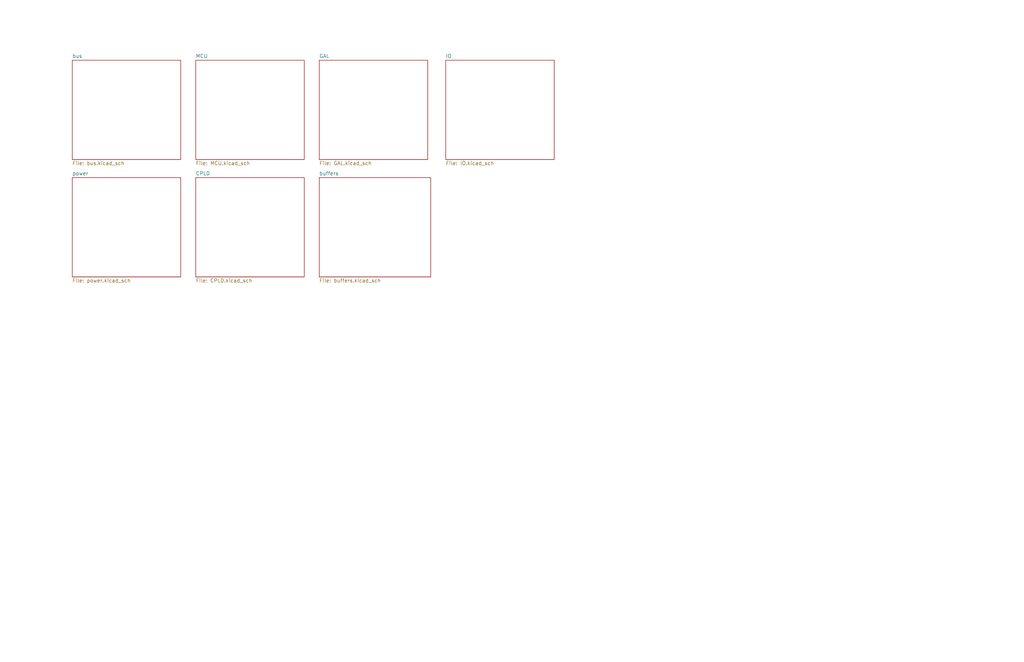
<source format=kicad_sch>
(kicad_sch (version 20211123) (generator eeschema)
  (paper "B")
  (lib_symbols)
  (sheet (at 134.62 25.4) (size 45.72 41.91)
    (property "Sheet name" "GAL" (at 134.62 24.5614 0) (effects (font (size 1.524 1.524)) (justify left bottom)))
    (property "Sheet file" "GAL.kicad_sch" (at 134.62 67.9962 0) (effects (font (size 1.524 1.524)) (justify left top)))
  )
  (sheet (at 134.62 74.93) (size 46.99 41.91)
    (property "Sheet name" "buffers" (at 134.62 74.0914 0) (effects (font (size 1.524 1.524)) (justify left bottom)))
    (property "Sheet file" "buffers.kicad_sch" (at 134.62 117.5262 0) (effects (font (size 1.524 1.524)) (justify left top)))
  )
  (sheet (at 30.48 25.4) (size 45.72 41.91)
    (property "Sheet name" "bus" (at 30.48 24.5614 0) (effects (font (size 1.524 1.524)) (justify left bottom)))
    (property "Sheet file" "bus.kicad_sch" (at 30.48 67.9962 0) (effects (font (size 1.524 1.524)) (justify left top)))
  )
  (sheet (at 30.48 74.93) (size 45.72 41.91)
    (property "Sheet name" "power" (at 30.48 74.0914 0) (effects (font (size 1.524 1.524)) (justify left bottom)))
    (property "Sheet file" "power.kicad_sch" (at 30.48 117.5262 0) (effects (font (size 1.524 1.524)) (justify left top)))
  )
  (sheet (at 82.55 25.4) (size 45.72 41.91)
    (property "Sheet name" "MCU" (at 82.55 24.5614 0) (effects (font (size 1.524 1.524)) (justify left bottom)))
    (property "Sheet file" "MCU.kicad_sch" (at 82.55 67.9962 0) (effects (font (size 1.524 1.524)) (justify left top)))
  )
  (sheet (at 82.55 74.93) (size 45.72 41.91)
    (property "Sheet name" "CPLD" (at 82.55 74.0914 0) (effects (font (size 1.524 1.524)) (justify left bottom)))
    (property "Sheet file" "CPLD.kicad_sch" (at 82.55 117.5262 0) (effects (font (size 1.524 1.524)) (justify left top)))
  )
  (sheet (at 187.96 25.4) (size 45.72 41.91)
    (property "Sheet name" "IO" (at 187.96 24.5614 0) (effects (font (size 1.524 1.524)) (justify left bottom)))
    (property "Sheet file" "IO.kicad_sch" (at 187.96 67.9962 0) (effects (font (size 1.524 1.524)) (justify left top)))
  )
)
</source>
